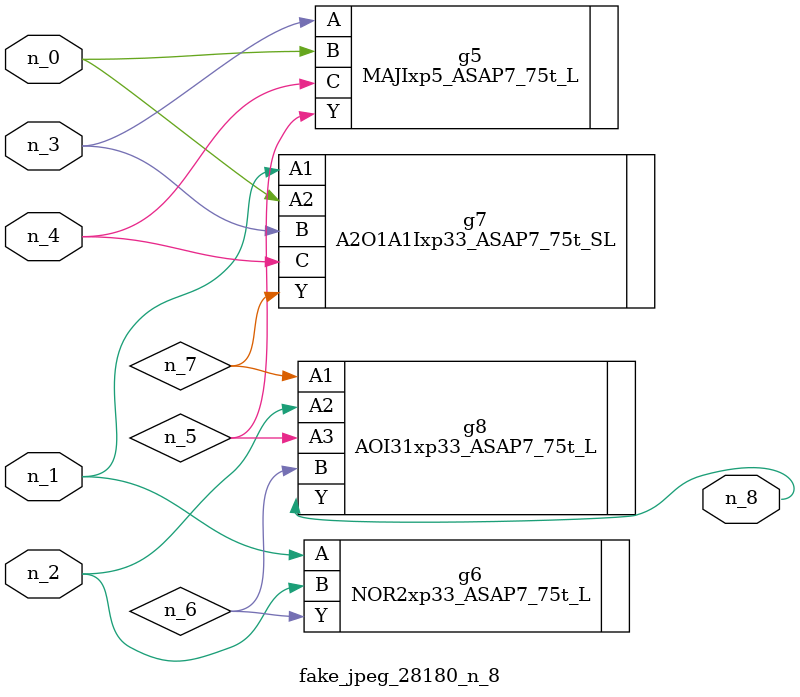
<source format=v>
module fake_jpeg_28180_n_8 (n_3, n_2, n_1, n_0, n_4, n_8);

input n_3;
input n_2;
input n_1;
input n_0;
input n_4;

output n_8;

wire n_6;
wire n_5;
wire n_7;

MAJIxp5_ASAP7_75t_L g5 ( 
.A(n_3),
.B(n_0),
.C(n_4),
.Y(n_5)
);

NOR2xp33_ASAP7_75t_L g6 ( 
.A(n_1),
.B(n_2),
.Y(n_6)
);

A2O1A1Ixp33_ASAP7_75t_SL g7 ( 
.A1(n_1),
.A2(n_0),
.B(n_3),
.C(n_4),
.Y(n_7)
);

AOI31xp33_ASAP7_75t_L g8 ( 
.A1(n_7),
.A2(n_2),
.A3(n_5),
.B(n_6),
.Y(n_8)
);


endmodule
</source>
